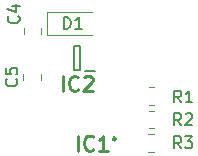
<source format=gbr>
%TF.GenerationSoftware,KiCad,Pcbnew,7.0.7-7.0.7~ubuntu23.04.1*%
%TF.CreationDate,2023-09-23T00:40:23+00:00*%
%TF.ProjectId,TEMPSEN01,54454d50-5345-44e3-9031-2e6b69636164,rev?*%
%TF.SameCoordinates,Original*%
%TF.FileFunction,Legend,Top*%
%TF.FilePolarity,Positive*%
%FSLAX46Y46*%
G04 Gerber Fmt 4.6, Leading zero omitted, Abs format (unit mm)*
G04 Created by KiCad (PCBNEW 7.0.7-7.0.7~ubuntu23.04.1) date 2023-09-23 00:40:23*
%MOMM*%
%LPD*%
G01*
G04 APERTURE LIST*
%ADD10C,0.150000*%
%ADD11C,0.254000*%
%ADD12C,0.120000*%
%ADD13C,0.250000*%
%ADD14C,0.200000*%
G04 APERTURE END LIST*
D10*
X105334180Y-67675966D02*
X105381800Y-67723585D01*
X105381800Y-67723585D02*
X105429419Y-67866442D01*
X105429419Y-67866442D02*
X105429419Y-67961680D01*
X105429419Y-67961680D02*
X105381800Y-68104537D01*
X105381800Y-68104537D02*
X105286561Y-68199775D01*
X105286561Y-68199775D02*
X105191323Y-68247394D01*
X105191323Y-68247394D02*
X105000847Y-68295013D01*
X105000847Y-68295013D02*
X104857990Y-68295013D01*
X104857990Y-68295013D02*
X104667514Y-68247394D01*
X104667514Y-68247394D02*
X104572276Y-68199775D01*
X104572276Y-68199775D02*
X104477038Y-68104537D01*
X104477038Y-68104537D02*
X104429419Y-67961680D01*
X104429419Y-67961680D02*
X104429419Y-67866442D01*
X104429419Y-67866442D02*
X104477038Y-67723585D01*
X104477038Y-67723585D02*
X104524657Y-67675966D01*
X104429419Y-66771204D02*
X104429419Y-67247394D01*
X104429419Y-67247394D02*
X104905609Y-67295013D01*
X104905609Y-67295013D02*
X104857990Y-67247394D01*
X104857990Y-67247394D02*
X104810371Y-67152156D01*
X104810371Y-67152156D02*
X104810371Y-66914061D01*
X104810371Y-66914061D02*
X104857990Y-66818823D01*
X104857990Y-66818823D02*
X104905609Y-66771204D01*
X104905609Y-66771204D02*
X105000847Y-66723585D01*
X105000847Y-66723585D02*
X105238942Y-66723585D01*
X105238942Y-66723585D02*
X105334180Y-66771204D01*
X105334180Y-66771204D02*
X105381800Y-66818823D01*
X105381800Y-66818823D02*
X105429419Y-66914061D01*
X105429419Y-66914061D02*
X105429419Y-67152156D01*
X105429419Y-67152156D02*
X105381800Y-67247394D01*
X105381800Y-67247394D02*
X105334180Y-67295013D01*
D11*
X110520237Y-73751718D02*
X110520237Y-72481718D01*
X111850714Y-73630765D02*
X111790238Y-73691242D01*
X111790238Y-73691242D02*
X111608809Y-73751718D01*
X111608809Y-73751718D02*
X111487857Y-73751718D01*
X111487857Y-73751718D02*
X111306428Y-73691242D01*
X111306428Y-73691242D02*
X111185476Y-73570289D01*
X111185476Y-73570289D02*
X111124999Y-73449337D01*
X111124999Y-73449337D02*
X111064523Y-73207432D01*
X111064523Y-73207432D02*
X111064523Y-73026003D01*
X111064523Y-73026003D02*
X111124999Y-72784099D01*
X111124999Y-72784099D02*
X111185476Y-72663146D01*
X111185476Y-72663146D02*
X111306428Y-72542194D01*
X111306428Y-72542194D02*
X111487857Y-72481718D01*
X111487857Y-72481718D02*
X111608809Y-72481718D01*
X111608809Y-72481718D02*
X111790238Y-72542194D01*
X111790238Y-72542194D02*
X111850714Y-72602670D01*
X113060238Y-73751718D02*
X112334523Y-73751718D01*
X112697380Y-73751718D02*
X112697380Y-72481718D01*
X112697380Y-72481718D02*
X112576428Y-72663146D01*
X112576428Y-72663146D02*
X112455476Y-72784099D01*
X112455476Y-72784099D02*
X112334523Y-72844575D01*
D10*
X119289533Y-69669819D02*
X118956200Y-69193628D01*
X118718105Y-69669819D02*
X118718105Y-68669819D01*
X118718105Y-68669819D02*
X119099057Y-68669819D01*
X119099057Y-68669819D02*
X119194295Y-68717438D01*
X119194295Y-68717438D02*
X119241914Y-68765057D01*
X119241914Y-68765057D02*
X119289533Y-68860295D01*
X119289533Y-68860295D02*
X119289533Y-69003152D01*
X119289533Y-69003152D02*
X119241914Y-69098390D01*
X119241914Y-69098390D02*
X119194295Y-69146009D01*
X119194295Y-69146009D02*
X119099057Y-69193628D01*
X119099057Y-69193628D02*
X118718105Y-69193628D01*
X120241914Y-69669819D02*
X119670486Y-69669819D01*
X119956200Y-69669819D02*
X119956200Y-68669819D01*
X119956200Y-68669819D02*
X119860962Y-68812676D01*
X119860962Y-68812676D02*
X119765724Y-68907914D01*
X119765724Y-68907914D02*
X119670486Y-68955533D01*
X109370905Y-63446819D02*
X109370905Y-62446819D01*
X109370905Y-62446819D02*
X109609000Y-62446819D01*
X109609000Y-62446819D02*
X109751857Y-62494438D01*
X109751857Y-62494438D02*
X109847095Y-62589676D01*
X109847095Y-62589676D02*
X109894714Y-62684914D01*
X109894714Y-62684914D02*
X109942333Y-62875390D01*
X109942333Y-62875390D02*
X109942333Y-63018247D01*
X109942333Y-63018247D02*
X109894714Y-63208723D01*
X109894714Y-63208723D02*
X109847095Y-63303961D01*
X109847095Y-63303961D02*
X109751857Y-63399200D01*
X109751857Y-63399200D02*
X109609000Y-63446819D01*
X109609000Y-63446819D02*
X109370905Y-63446819D01*
X110894714Y-63446819D02*
X110323286Y-63446819D01*
X110609000Y-63446819D02*
X110609000Y-62446819D01*
X110609000Y-62446819D02*
X110513762Y-62589676D01*
X110513762Y-62589676D02*
X110418524Y-62684914D01*
X110418524Y-62684914D02*
X110323286Y-62732533D01*
X119289533Y-71600219D02*
X118956200Y-71124028D01*
X118718105Y-71600219D02*
X118718105Y-70600219D01*
X118718105Y-70600219D02*
X119099057Y-70600219D01*
X119099057Y-70600219D02*
X119194295Y-70647838D01*
X119194295Y-70647838D02*
X119241914Y-70695457D01*
X119241914Y-70695457D02*
X119289533Y-70790695D01*
X119289533Y-70790695D02*
X119289533Y-70933552D01*
X119289533Y-70933552D02*
X119241914Y-71028790D01*
X119241914Y-71028790D02*
X119194295Y-71076409D01*
X119194295Y-71076409D02*
X119099057Y-71124028D01*
X119099057Y-71124028D02*
X118718105Y-71124028D01*
X119670486Y-70695457D02*
X119718105Y-70647838D01*
X119718105Y-70647838D02*
X119813343Y-70600219D01*
X119813343Y-70600219D02*
X120051438Y-70600219D01*
X120051438Y-70600219D02*
X120146676Y-70647838D01*
X120146676Y-70647838D02*
X120194295Y-70695457D01*
X120194295Y-70695457D02*
X120241914Y-70790695D01*
X120241914Y-70790695D02*
X120241914Y-70885933D01*
X120241914Y-70885933D02*
X120194295Y-71028790D01*
X120194295Y-71028790D02*
X119622867Y-71600219D01*
X119622867Y-71600219D02*
X120241914Y-71600219D01*
D11*
X109250237Y-68697118D02*
X109250237Y-67427118D01*
X110580714Y-68576165D02*
X110520238Y-68636642D01*
X110520238Y-68636642D02*
X110338809Y-68697118D01*
X110338809Y-68697118D02*
X110217857Y-68697118D01*
X110217857Y-68697118D02*
X110036428Y-68636642D01*
X110036428Y-68636642D02*
X109915476Y-68515689D01*
X109915476Y-68515689D02*
X109854999Y-68394737D01*
X109854999Y-68394737D02*
X109794523Y-68152832D01*
X109794523Y-68152832D02*
X109794523Y-67971403D01*
X109794523Y-67971403D02*
X109854999Y-67729499D01*
X109854999Y-67729499D02*
X109915476Y-67608546D01*
X109915476Y-67608546D02*
X110036428Y-67487594D01*
X110036428Y-67487594D02*
X110217857Y-67427118D01*
X110217857Y-67427118D02*
X110338809Y-67427118D01*
X110338809Y-67427118D02*
X110520238Y-67487594D01*
X110520238Y-67487594D02*
X110580714Y-67548070D01*
X111064523Y-67548070D02*
X111124999Y-67487594D01*
X111124999Y-67487594D02*
X111245952Y-67427118D01*
X111245952Y-67427118D02*
X111548333Y-67427118D01*
X111548333Y-67427118D02*
X111669285Y-67487594D01*
X111669285Y-67487594D02*
X111729761Y-67548070D01*
X111729761Y-67548070D02*
X111790238Y-67669022D01*
X111790238Y-67669022D02*
X111790238Y-67789975D01*
X111790238Y-67789975D02*
X111729761Y-67971403D01*
X111729761Y-67971403D02*
X111004047Y-68697118D01*
X111004047Y-68697118D02*
X111790238Y-68697118D01*
D10*
X119289533Y-73556019D02*
X118956200Y-73079828D01*
X118718105Y-73556019D02*
X118718105Y-72556019D01*
X118718105Y-72556019D02*
X119099057Y-72556019D01*
X119099057Y-72556019D02*
X119194295Y-72603638D01*
X119194295Y-72603638D02*
X119241914Y-72651257D01*
X119241914Y-72651257D02*
X119289533Y-72746495D01*
X119289533Y-72746495D02*
X119289533Y-72889352D01*
X119289533Y-72889352D02*
X119241914Y-72984590D01*
X119241914Y-72984590D02*
X119194295Y-73032209D01*
X119194295Y-73032209D02*
X119099057Y-73079828D01*
X119099057Y-73079828D02*
X118718105Y-73079828D01*
X119622867Y-72556019D02*
X120241914Y-72556019D01*
X120241914Y-72556019D02*
X119908581Y-72936971D01*
X119908581Y-72936971D02*
X120051438Y-72936971D01*
X120051438Y-72936971D02*
X120146676Y-72984590D01*
X120146676Y-72984590D02*
X120194295Y-73032209D01*
X120194295Y-73032209D02*
X120241914Y-73127447D01*
X120241914Y-73127447D02*
X120241914Y-73365542D01*
X120241914Y-73365542D02*
X120194295Y-73460780D01*
X120194295Y-73460780D02*
X120146676Y-73508400D01*
X120146676Y-73508400D02*
X120051438Y-73556019D01*
X120051438Y-73556019D02*
X119765724Y-73556019D01*
X119765724Y-73556019D02*
X119670486Y-73508400D01*
X119670486Y-73508400D02*
X119622867Y-73460780D01*
X105515580Y-62371266D02*
X105563200Y-62418885D01*
X105563200Y-62418885D02*
X105610819Y-62561742D01*
X105610819Y-62561742D02*
X105610819Y-62656980D01*
X105610819Y-62656980D02*
X105563200Y-62799837D01*
X105563200Y-62799837D02*
X105467961Y-62895075D01*
X105467961Y-62895075D02*
X105372723Y-62942694D01*
X105372723Y-62942694D02*
X105182247Y-62990313D01*
X105182247Y-62990313D02*
X105039390Y-62990313D01*
X105039390Y-62990313D02*
X104848914Y-62942694D01*
X104848914Y-62942694D02*
X104753676Y-62895075D01*
X104753676Y-62895075D02*
X104658438Y-62799837D01*
X104658438Y-62799837D02*
X104610819Y-62656980D01*
X104610819Y-62656980D02*
X104610819Y-62561742D01*
X104610819Y-62561742D02*
X104658438Y-62418885D01*
X104658438Y-62418885D02*
X104706057Y-62371266D01*
X104944152Y-61514123D02*
X105610819Y-61514123D01*
X104563200Y-61752218D02*
X105277485Y-61990313D01*
X105277485Y-61990313D02*
X105277485Y-61371266D01*
D12*
%TO.C,C5*%
X105919600Y-67770552D02*
X105919600Y-67248048D01*
X107389600Y-67770552D02*
X107389600Y-67248048D01*
D13*
%TO.C,IC1*%
X113760000Y-72770000D02*
G75*
G03*
X113760000Y-72770000I-125000J0D01*
G01*
D12*
%TO.C,R1*%
X116990864Y-69873800D02*
X116536736Y-69873800D01*
X116990864Y-68403800D02*
X116536736Y-68403800D01*
%TO.C,D1*%
X107896000Y-61992000D02*
X107896000Y-63992000D01*
X107896000Y-61992000D02*
X111756000Y-61992000D01*
X107896000Y-63992000D02*
X111756000Y-63992000D01*
%TO.C,R2*%
X116990864Y-71855000D02*
X116536736Y-71855000D01*
X116990864Y-70385000D02*
X116536736Y-70385000D01*
D14*
%TO.C,IC2*%
X111965000Y-67028000D02*
X111115000Y-67028000D01*
X110765000Y-66928000D02*
X110215000Y-66928000D01*
X110765000Y-64928000D02*
X110765000Y-66928000D01*
X110215000Y-66928000D02*
X110215000Y-64928000D01*
X110215000Y-64928000D02*
X110765000Y-64928000D01*
D12*
%TO.C,R3*%
X116974864Y-73836200D02*
X116520736Y-73836200D01*
X116974864Y-72366200D02*
X116520736Y-72366200D01*
%TO.C,C4*%
X107415000Y-63369648D02*
X107415000Y-63892152D01*
X105945000Y-63369648D02*
X105945000Y-63892152D01*
%TD*%
M02*

</source>
